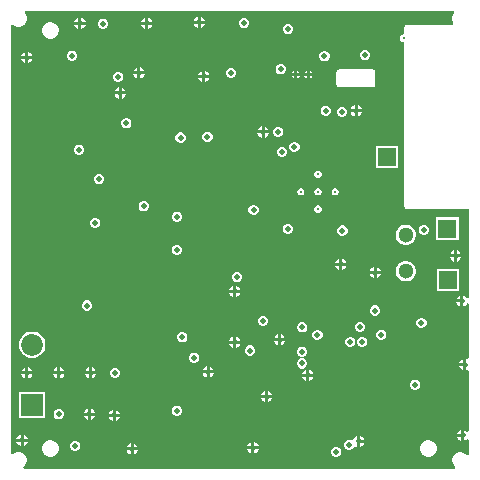
<source format=gbr>
%TF.GenerationSoftware,Altium Limited,Altium Designer,21.2.0 (30)*%
G04 Layer_Physical_Order=3*
G04 Layer_Color=16440176*
%FSLAX45Y45*%
%MOMM*%
%TF.SameCoordinates,6E67B6D2-48A1-4C3A-8D5B-8FB38F647B41*%
%TF.FilePolarity,Positive*%
%TF.FileFunction,Copper,L3,Inr,Signal*%
%TF.Part,Single*%
G01*
G75*
%TA.AperFunction,ComponentPad*%
%ADD43R,1.50000X1.50000*%
%ADD44C,1.30000*%
%ADD46C,1.85000*%
%ADD47R,1.85000X1.85000*%
%TA.AperFunction,ViaPad*%
%ADD48C,0.20000*%
%ADD49C,0.46000*%
%ADD50C,0.30000*%
G36*
X3818305Y3917300D02*
X3813986Y3912981D01*
X3804770Y3897019D01*
X3800000Y3879216D01*
Y3860784D01*
X3804770Y3842981D01*
X3811119Y3831985D01*
X3804791Y3819285D01*
X3417602D01*
X3409798Y3817733D01*
X3403182Y3813313D01*
X3398762Y3806697D01*
X3397210Y3798893D01*
Y3738893D01*
X3385640D01*
X3372776Y3733565D01*
X3362930Y3723720D01*
X3357602Y3710855D01*
Y3696932D01*
X3362930Y3684068D01*
X3372776Y3674222D01*
X3385640Y3668894D01*
X3397210D01*
Y2278893D01*
X3398762Y2271090D01*
X3403182Y2264474D01*
X3409798Y2260054D01*
X3417602Y2258501D01*
X3937601D01*
X3940000Y2256533D01*
Y1502717D01*
X3927300Y1500191D01*
X3924307Y1507416D01*
X3910692Y1521032D01*
X3895975Y1527127D01*
Y1480000D01*
Y1432873D01*
X3910692Y1438969D01*
X3924307Y1452584D01*
X3927300Y1459810D01*
X3940000Y1457283D01*
Y993708D01*
X3927300Y985222D01*
X3922700Y987127D01*
Y940000D01*
Y892873D01*
X3927300Y894778D01*
X3940000Y886292D01*
Y376408D01*
X3927300Y371148D01*
X3917416Y381031D01*
X3902700Y387127D01*
Y340000D01*
Y292873D01*
X3917416Y298969D01*
X3927300Y308852D01*
X3940000Y303592D01*
Y174156D01*
X3927300Y170753D01*
X3926014Y172981D01*
X3912981Y186014D01*
X3897019Y195229D01*
X3879216Y200000D01*
X3860784D01*
X3842981Y195229D01*
X3827019Y186014D01*
X3813986Y172981D01*
X3804770Y157019D01*
X3800000Y139216D01*
Y120784D01*
X3804770Y102981D01*
X3813986Y87019D01*
X3827019Y73986D01*
X3829247Y72700D01*
X3825844Y60000D01*
X174156D01*
X170753Y72700D01*
X172981Y73986D01*
X186014Y87019D01*
X195229Y102981D01*
X200000Y120784D01*
Y139216D01*
X195229Y157019D01*
X186014Y172981D01*
X172981Y186014D01*
X157019Y195229D01*
X139216Y200000D01*
X120784D01*
X102981Y195229D01*
X87019Y186014D01*
X82700Y181695D01*
X70000Y186955D01*
Y3813044D01*
X82700Y3818305D01*
X87019Y3813986D01*
X102981Y3804770D01*
X120784Y3800000D01*
X139216D01*
X157019Y3804770D01*
X172981Y3813986D01*
X186014Y3827019D01*
X195229Y3842981D01*
X200000Y3860784D01*
Y3879216D01*
X195229Y3897019D01*
X186014Y3912981D01*
X181695Y3917300D01*
X186955Y3930000D01*
X3813045D01*
X3818305Y3917300D01*
D02*
G37*
%LPC*%
G36*
X1672700Y3887127D02*
Y3852700D01*
X1707127D01*
X1701031Y3867416D01*
X1687416Y3881031D01*
X1672700Y3887127D01*
D02*
G37*
G36*
X1647300D02*
X1632584Y3881031D01*
X1618969Y3867416D01*
X1612873Y3852700D01*
X1647300D01*
Y3887127D01*
D02*
G37*
G36*
X1229479Y3878168D02*
Y3843741D01*
X1263907D01*
X1257811Y3858457D01*
X1244196Y3872073D01*
X1229479Y3878168D01*
D02*
G37*
G36*
X1204079D02*
X1189363Y3872073D01*
X1175748Y3858457D01*
X1169652Y3843741D01*
X1204079D01*
Y3878168D01*
D02*
G37*
G36*
X662700Y3877127D02*
Y3842700D01*
X697127D01*
X691031Y3857416D01*
X677416Y3871031D01*
X662700Y3877127D01*
D02*
G37*
G36*
X637300D02*
X622584Y3871031D01*
X608969Y3857416D01*
X602873Y3842700D01*
X637300D01*
Y3877127D01*
D02*
G37*
G36*
X1707127Y3827300D02*
X1672700D01*
Y3792873D01*
X1687416Y3798969D01*
X1701031Y3812584D01*
X1707127Y3827300D01*
D02*
G37*
G36*
X1647300D02*
X1612873D01*
X1618969Y3812584D01*
X1632584Y3798969D01*
X1647300Y3792873D01*
Y3827300D01*
D02*
G37*
G36*
X2048553Y3873000D02*
X2031447D01*
X2015642Y3866454D01*
X2003546Y3854358D01*
X1997000Y3838553D01*
Y3821447D01*
X2003546Y3805642D01*
X2015642Y3793546D01*
X2031447Y3787000D01*
X2048553D01*
X2064358Y3793546D01*
X2076454Y3805642D01*
X2083000Y3821447D01*
Y3838553D01*
X2076454Y3854358D01*
X2064358Y3866454D01*
X2048553Y3873000D01*
D02*
G37*
G36*
X1263907Y3818341D02*
X1229479D01*
Y3783914D01*
X1244196Y3790010D01*
X1257811Y3803625D01*
X1263907Y3818341D01*
D02*
G37*
G36*
X1204079D02*
X1169652D01*
X1175748Y3803625D01*
X1189363Y3790010D01*
X1204079Y3783914D01*
Y3818341D01*
D02*
G37*
G36*
X697127Y3817300D02*
X662700D01*
Y3782873D01*
X677416Y3788969D01*
X691031Y3802584D01*
X697127Y3817300D01*
D02*
G37*
G36*
X637300D02*
X602873D01*
X608969Y3802584D01*
X622584Y3788969D01*
X637300Y3782873D01*
Y3817300D01*
D02*
G37*
G36*
X852874Y3868679D02*
X835767D01*
X819963Y3862133D01*
X807867Y3850037D01*
X801321Y3834233D01*
Y3817126D01*
X807867Y3801322D01*
X819963Y3789226D01*
X835767Y3782680D01*
X852874D01*
X868678Y3789226D01*
X880774Y3801322D01*
X887321Y3817126D01*
Y3834233D01*
X880774Y3850037D01*
X868678Y3862133D01*
X852874Y3868679D01*
D02*
G37*
G36*
X2418553Y3823000D02*
X2401447D01*
X2385642Y3816454D01*
X2373546Y3804358D01*
X2367000Y3788553D01*
Y3771447D01*
X2373546Y3755642D01*
X2385642Y3743546D01*
X2401447Y3737000D01*
X2418553D01*
X2434358Y3743546D01*
X2446454Y3755642D01*
X2453000Y3771447D01*
Y3788553D01*
X2446454Y3804358D01*
X2434358Y3816454D01*
X2418553Y3823000D01*
D02*
G37*
G36*
X409216Y3840000D02*
X390784D01*
X372981Y3835230D01*
X357019Y3826014D01*
X343986Y3812981D01*
X334770Y3797019D01*
X330000Y3779216D01*
Y3760784D01*
X334770Y3742981D01*
X343986Y3727019D01*
X357019Y3713986D01*
X372981Y3704771D01*
X390784Y3700000D01*
X409216D01*
X427019Y3704771D01*
X442981Y3713986D01*
X456014Y3727019D01*
X465229Y3742981D01*
X470000Y3760784D01*
Y3779216D01*
X465229Y3797019D01*
X456014Y3812981D01*
X442981Y3826014D01*
X427019Y3835230D01*
X409216Y3840000D01*
D02*
G37*
G36*
X212700Y3587127D02*
Y3552700D01*
X247127D01*
X241032Y3567416D01*
X227416Y3581031D01*
X212700Y3587127D01*
D02*
G37*
G36*
X187300D02*
X172584Y3581031D01*
X158969Y3567416D01*
X152873Y3552700D01*
X187300D01*
Y3587127D01*
D02*
G37*
G36*
X3071341Y3601533D02*
X3054234D01*
X3038430Y3594987D01*
X3026334Y3582891D01*
X3019788Y3567086D01*
Y3549980D01*
X3026334Y3534176D01*
X3038430Y3522080D01*
X3054234Y3515533D01*
X3071341D01*
X3087145Y3522080D01*
X3099241Y3534176D01*
X3105788Y3549980D01*
Y3567086D01*
X3099241Y3582891D01*
X3087145Y3594987D01*
X3071341Y3601533D01*
D02*
G37*
G36*
X591053Y3598000D02*
X573947D01*
X558142Y3591454D01*
X546046Y3579358D01*
X539500Y3563553D01*
Y3546447D01*
X546046Y3530642D01*
X558142Y3518546D01*
X573947Y3512000D01*
X591053D01*
X606858Y3518546D01*
X618954Y3530642D01*
X625500Y3546447D01*
Y3563553D01*
X618954Y3579358D01*
X606858Y3591454D01*
X591053Y3598000D01*
D02*
G37*
G36*
X2728553Y3593000D02*
X2711447D01*
X2695642Y3586454D01*
X2683546Y3574358D01*
X2677000Y3558553D01*
Y3541447D01*
X2683546Y3525642D01*
X2695642Y3513546D01*
X2711447Y3507000D01*
X2728553D01*
X2744357Y3513546D01*
X2756453Y3525642D01*
X2763000Y3541447D01*
Y3558553D01*
X2756453Y3574358D01*
X2744357Y3586454D01*
X2728553Y3593000D01*
D02*
G37*
G36*
X247127Y3527300D02*
X212700D01*
Y3492873D01*
X227416Y3498969D01*
X241032Y3512584D01*
X247127Y3527300D01*
D02*
G37*
G36*
X187300D02*
X152873D01*
X158969Y3512584D01*
X172584Y3498969D01*
X187300Y3492873D01*
Y3527300D01*
D02*
G37*
G36*
X1162700Y3457127D02*
Y3422700D01*
X1197127D01*
X1191031Y3437416D01*
X1177416Y3451031D01*
X1162700Y3457127D01*
D02*
G37*
G36*
X1137300D02*
X1122584Y3451031D01*
X1108969Y3437416D01*
X1102873Y3422700D01*
X1137300D01*
Y3457127D01*
D02*
G37*
G36*
X2596156Y3432015D02*
Y3411659D01*
X2616512D01*
X2613467Y3419012D01*
X2603509Y3428970D01*
X2596156Y3432015D01*
D02*
G37*
G36*
X2570756D02*
X2563404Y3428970D01*
X2553445Y3419012D01*
X2550400Y3411659D01*
X2570756D01*
Y3432015D01*
D02*
G37*
G36*
X2491156D02*
Y3411659D01*
X2511512D01*
X2508467Y3419012D01*
X2498509Y3428970D01*
X2491156Y3432015D01*
D02*
G37*
G36*
X2465756D02*
X2458404Y3428970D01*
X2448446Y3419012D01*
X2445400Y3411659D01*
X2465756D01*
Y3432015D01*
D02*
G37*
G36*
X2358553Y3483000D02*
X2341447D01*
X2325643Y3476454D01*
X2313547Y3464358D01*
X2307000Y3448553D01*
Y3431447D01*
X2313547Y3415642D01*
X2325643Y3403546D01*
X2341447Y3397000D01*
X2358553D01*
X2374358Y3403546D01*
X2386454Y3415642D01*
X2393000Y3431447D01*
Y3448553D01*
X2386454Y3464358D01*
X2374358Y3476454D01*
X2358553Y3483000D01*
D02*
G37*
G36*
X1711305Y3427716D02*
Y3393289D01*
X1745732D01*
X1739636Y3408005D01*
X1726021Y3421620D01*
X1711305Y3427716D01*
D02*
G37*
G36*
X1685905D02*
X1671188Y3421620D01*
X1657573Y3408005D01*
X1651478Y3393289D01*
X1685905D01*
Y3427716D01*
D02*
G37*
G36*
X1938553Y3453000D02*
X1921447D01*
X1905642Y3446454D01*
X1893546Y3434358D01*
X1887000Y3418553D01*
Y3401447D01*
X1893546Y3385642D01*
X1905642Y3373546D01*
X1921447Y3367000D01*
X1938553D01*
X1954358Y3373546D01*
X1966454Y3385642D01*
X1973000Y3401447D01*
Y3418553D01*
X1966454Y3434358D01*
X1954358Y3446454D01*
X1938553Y3453000D01*
D02*
G37*
G36*
X2616512Y3386259D02*
X2596156D01*
Y3365903D01*
X2603509Y3368949D01*
X2613467Y3378907D01*
X2616512Y3386259D01*
D02*
G37*
G36*
X2570756D02*
X2550400D01*
X2553445Y3378907D01*
X2563404Y3368949D01*
X2570756Y3365903D01*
Y3386259D01*
D02*
G37*
G36*
X2511512D02*
X2491156D01*
Y3365903D01*
X2498509Y3368949D01*
X2508467Y3378907D01*
X2511512Y3386259D01*
D02*
G37*
G36*
X2465756D02*
X2445400D01*
X2448446Y3378907D01*
X2458404Y3368949D01*
X2465756Y3365903D01*
Y3386259D01*
D02*
G37*
G36*
X1197127Y3397300D02*
X1162700D01*
Y3362873D01*
X1177416Y3368969D01*
X1191031Y3382584D01*
X1197127Y3397300D01*
D02*
G37*
G36*
X1137300D02*
X1102873D01*
X1108969Y3382584D01*
X1122584Y3368969D01*
X1137300Y3362873D01*
Y3397300D01*
D02*
G37*
G36*
X1745732Y3367889D02*
X1711305D01*
Y3333462D01*
X1726021Y3339557D01*
X1739636Y3353173D01*
X1745732Y3367889D01*
D02*
G37*
G36*
X1685905D02*
X1651478D01*
X1657573Y3353173D01*
X1671188Y3339557D01*
X1685905Y3333462D01*
Y3367889D01*
D02*
G37*
G36*
X983514Y3416859D02*
X966408D01*
X950603Y3410313D01*
X938507Y3398217D01*
X931961Y3382413D01*
Y3365306D01*
X938507Y3349502D01*
X950603Y3337406D01*
X966408Y3330859D01*
X983514D01*
X999319Y3337406D01*
X1011415Y3349502D01*
X1017961Y3365306D01*
Y3382413D01*
X1011415Y3398217D01*
X999319Y3410313D01*
X983514Y3416859D01*
D02*
G37*
G36*
X3126351Y3439269D02*
X2846951D01*
X2837197Y3437329D01*
X2828928Y3431803D01*
X2823402Y3423534D01*
X2821462Y3413780D01*
Y3312180D01*
X2823402Y3302425D01*
X2828928Y3294156D01*
X2837197Y3288630D01*
X2846951Y3286690D01*
X3126351D01*
X3136106Y3288630D01*
X3144375Y3294156D01*
X3149901Y3302425D01*
X3151841Y3312180D01*
Y3413780D01*
X3149901Y3423534D01*
X3144375Y3431803D01*
X3136106Y3437329D01*
X3126351Y3439269D01*
D02*
G37*
G36*
X1002700Y3287127D02*
Y3252700D01*
X1037127D01*
X1031031Y3267416D01*
X1017416Y3281032D01*
X1002700Y3287127D01*
D02*
G37*
G36*
X977300D02*
X962584Y3281032D01*
X948969Y3267416D01*
X942873Y3252700D01*
X977300D01*
Y3287127D01*
D02*
G37*
G36*
X1037127Y3227300D02*
X1002700D01*
Y3192873D01*
X1017416Y3198969D01*
X1031031Y3212584D01*
X1037127Y3227300D01*
D02*
G37*
G36*
X977300D02*
X942873D01*
X948969Y3212584D01*
X962584Y3198969D01*
X977300Y3192873D01*
Y3227300D01*
D02*
G37*
G36*
X3002700Y3137127D02*
Y3102700D01*
X3037127D01*
X3031032Y3117416D01*
X3017416Y3131031D01*
X3002700Y3137127D01*
D02*
G37*
G36*
X2977300D02*
X2962584Y3131031D01*
X2948969Y3117416D01*
X2942873Y3102700D01*
X2977300D01*
Y3137127D01*
D02*
G37*
G36*
X2738553Y3133000D02*
X2721447D01*
X2705642Y3126453D01*
X2693546Y3114357D01*
X2687000Y3098553D01*
Y3081447D01*
X2693546Y3065642D01*
X2705642Y3053546D01*
X2721447Y3047000D01*
X2738553D01*
X2754357Y3053546D01*
X2766453Y3065642D01*
X2773000Y3081447D01*
Y3098553D01*
X2766453Y3114357D01*
X2754357Y3126453D01*
X2738553Y3133000D01*
D02*
G37*
G36*
X3037127Y3077300D02*
X3002700D01*
Y3042873D01*
X3017416Y3048969D01*
X3031032Y3062584D01*
X3037127Y3077300D01*
D02*
G37*
G36*
X2977300D02*
X2942873D01*
X2948969Y3062584D01*
X2962584Y3048969D01*
X2977300Y3042873D01*
Y3077300D01*
D02*
G37*
G36*
X2878553Y3123000D02*
X2861447D01*
X2845643Y3116454D01*
X2833547Y3104358D01*
X2827000Y3088553D01*
Y3071447D01*
X2833547Y3055642D01*
X2845643Y3043546D01*
X2861447Y3037000D01*
X2878553D01*
X2894358Y3043546D01*
X2906454Y3055642D01*
X2913000Y3071447D01*
Y3088553D01*
X2906454Y3104358D01*
X2894358Y3116454D01*
X2878553Y3123000D01*
D02*
G37*
G36*
X1052059Y3026376D02*
X1034953D01*
X1019148Y3019830D01*
X1007052Y3007734D01*
X1000506Y2991930D01*
Y2974823D01*
X1007052Y2959019D01*
X1019148Y2946923D01*
X1034953Y2940377D01*
X1052059D01*
X1067863Y2946923D01*
X1079959Y2959019D01*
X1086506Y2974823D01*
Y2991930D01*
X1079959Y3007734D01*
X1067863Y3019830D01*
X1052059Y3026376D01*
D02*
G37*
G36*
X2212700Y2957127D02*
Y2922700D01*
X2247127D01*
X2241031Y2937416D01*
X2227416Y2951031D01*
X2212700Y2957127D01*
D02*
G37*
G36*
X2187300D02*
X2172584Y2951031D01*
X2158969Y2937416D01*
X2152873Y2922700D01*
X2187300D01*
Y2957127D01*
D02*
G37*
G36*
X2338553Y2953000D02*
X2321447D01*
X2305642Y2946454D01*
X2293546Y2934358D01*
X2287000Y2918553D01*
Y2901447D01*
X2293546Y2885642D01*
X2305642Y2873546D01*
X2321447Y2867000D01*
X2338553D01*
X2354357Y2873546D01*
X2366453Y2885642D01*
X2373000Y2901447D01*
Y2918553D01*
X2366453Y2934358D01*
X2354357Y2946454D01*
X2338553Y2953000D01*
D02*
G37*
G36*
X2247127Y2897300D02*
X2212700D01*
Y2862873D01*
X2227416Y2868969D01*
X2241031Y2882584D01*
X2247127Y2897300D01*
D02*
G37*
G36*
X2187300D02*
X2152873D01*
X2158969Y2882584D01*
X2172584Y2868969D01*
X2187300Y2862873D01*
Y2897300D01*
D02*
G37*
G36*
X1738553Y2913000D02*
X1721447D01*
X1705643Y2906454D01*
X1693547Y2894358D01*
X1687000Y2878553D01*
Y2861447D01*
X1693547Y2845643D01*
X1705643Y2833547D01*
X1721447Y2827000D01*
X1738553D01*
X1754358Y2833547D01*
X1766454Y2845643D01*
X1773000Y2861447D01*
Y2878553D01*
X1766454Y2894358D01*
X1754358Y2906454D01*
X1738553Y2913000D01*
D02*
G37*
G36*
X1510230Y2906009D02*
X1493123D01*
X1477319Y2899462D01*
X1465223Y2887366D01*
X1458677Y2871562D01*
Y2854456D01*
X1465223Y2838651D01*
X1477319Y2826555D01*
X1493123Y2820009D01*
X1510230D01*
X1526034Y2826555D01*
X1538130Y2838651D01*
X1544676Y2854456D01*
Y2871562D01*
X1538130Y2887366D01*
X1526034Y2899462D01*
X1510230Y2906009D01*
D02*
G37*
G36*
X2474928Y2825257D02*
X2457822D01*
X2442017Y2818711D01*
X2429921Y2806615D01*
X2423375Y2790811D01*
Y2773704D01*
X2429921Y2757900D01*
X2442017Y2745804D01*
X2457822Y2739257D01*
X2474928D01*
X2490733Y2745804D01*
X2502829Y2757900D01*
X2509375Y2773704D01*
Y2790811D01*
X2502829Y2806615D01*
X2490733Y2818711D01*
X2474928Y2825257D01*
D02*
G37*
G36*
X652016Y2803154D02*
X634909D01*
X619105Y2796608D01*
X607009Y2784512D01*
X600463Y2768707D01*
Y2751601D01*
X607009Y2735797D01*
X619105Y2723701D01*
X634909Y2717154D01*
X652016D01*
X667820Y2723701D01*
X679916Y2735797D01*
X686462Y2751601D01*
Y2768707D01*
X679916Y2784512D01*
X667820Y2796608D01*
X652016Y2803154D01*
D02*
G37*
G36*
X2368553Y2783000D02*
X2351447D01*
X2335643Y2776454D01*
X2323547Y2764358D01*
X2317000Y2748553D01*
Y2731447D01*
X2323547Y2715643D01*
X2335643Y2703547D01*
X2351447Y2697000D01*
X2368553D01*
X2384358Y2703547D01*
X2396454Y2715643D01*
X2403000Y2731447D01*
Y2748553D01*
X2396454Y2764358D01*
X2384358Y2776454D01*
X2368553Y2783000D01*
D02*
G37*
G36*
X3345000Y2795000D02*
X3155000D01*
Y2605000D01*
X3345000D01*
Y2795000D01*
D02*
G37*
G36*
X2671288Y2582555D02*
X2659353D01*
X2648327Y2577988D01*
X2639888Y2569549D01*
X2635321Y2558523D01*
Y2546588D01*
X2639888Y2535562D01*
X2648327Y2527123D01*
X2659353Y2522556D01*
X2671288D01*
X2682314Y2527123D01*
X2690753Y2535562D01*
X2695320Y2546588D01*
Y2558523D01*
X2690753Y2569549D01*
X2682314Y2577988D01*
X2671288Y2582555D01*
D02*
G37*
G36*
X818553Y2553000D02*
X801447D01*
X785643Y2546454D01*
X773547Y2534358D01*
X767000Y2518554D01*
Y2501447D01*
X773547Y2485643D01*
X785643Y2473547D01*
X801447Y2467000D01*
X818553D01*
X834358Y2473547D01*
X846454Y2485643D01*
X853000Y2501447D01*
Y2518554D01*
X846454Y2534358D01*
X834358Y2546454D01*
X818553Y2553000D01*
D02*
G37*
G36*
X2818788Y2435055D02*
X2806853D01*
X2795827Y2430488D01*
X2787388Y2422049D01*
X2782821Y2411023D01*
Y2399088D01*
X2787388Y2388062D01*
X2795827Y2379623D01*
X2806853Y2375055D01*
X2818788D01*
X2829814Y2379623D01*
X2838253Y2388062D01*
X2842821Y2399088D01*
Y2411023D01*
X2838253Y2422049D01*
X2829814Y2430488D01*
X2818788Y2435055D01*
D02*
G37*
G36*
X2671288D02*
X2659353D01*
X2648327Y2430488D01*
X2639888Y2422049D01*
X2635321Y2411023D01*
Y2399088D01*
X2639888Y2388062D01*
X2648327Y2379623D01*
X2659353Y2375055D01*
X2671288D01*
X2682314Y2379623D01*
X2690753Y2388062D01*
X2695320Y2399088D01*
Y2411023D01*
X2690753Y2422049D01*
X2682314Y2430488D01*
X2671288Y2435055D01*
D02*
G37*
G36*
X2523788D02*
X2511853D01*
X2500827Y2430488D01*
X2492388Y2422049D01*
X2487821Y2411023D01*
Y2399088D01*
X2492388Y2388062D01*
X2500827Y2379623D01*
X2511853Y2375055D01*
X2523788D01*
X2534814Y2379623D01*
X2543253Y2388062D01*
X2547820Y2399088D01*
Y2411023D01*
X2543253Y2422049D01*
X2534814Y2430488D01*
X2523788Y2435055D01*
D02*
G37*
G36*
X1198553Y2323000D02*
X1181447D01*
X1165643Y2316454D01*
X1153547Y2304358D01*
X1147000Y2288553D01*
Y2271447D01*
X1153547Y2255643D01*
X1165643Y2243547D01*
X1181447Y2237000D01*
X1198553D01*
X1214358Y2243547D01*
X1226454Y2255643D01*
X1233000Y2271447D01*
Y2288553D01*
X1226454Y2304358D01*
X1214358Y2316454D01*
X1198553Y2323000D01*
D02*
G37*
G36*
X2671288Y2287555D02*
X2659353D01*
X2648327Y2282988D01*
X2639888Y2274549D01*
X2635321Y2263523D01*
Y2251588D01*
X2639888Y2240562D01*
X2648327Y2232123D01*
X2659353Y2227555D01*
X2671288D01*
X2682314Y2232123D01*
X2690753Y2240562D01*
X2695320Y2251588D01*
Y2263523D01*
X2690753Y2274549D01*
X2682314Y2282988D01*
X2671288Y2287555D01*
D02*
G37*
G36*
X2128553Y2293000D02*
X2111447D01*
X2095642Y2286454D01*
X2083547Y2274358D01*
X2077000Y2258553D01*
Y2241447D01*
X2083547Y2225642D01*
X2095642Y2213546D01*
X2111447Y2207000D01*
X2128553D01*
X2144358Y2213546D01*
X2156454Y2225642D01*
X2163000Y2241447D01*
Y2258553D01*
X2156454Y2274358D01*
X2144358Y2286454D01*
X2128553Y2293000D01*
D02*
G37*
G36*
X1478695Y2234662D02*
X1461588D01*
X1445784Y2228115D01*
X1433688Y2216019D01*
X1427142Y2200215D01*
Y2183109D01*
X1433688Y2167304D01*
X1445784Y2155208D01*
X1461588Y2148662D01*
X1478695D01*
X1494499Y2155208D01*
X1506595Y2167304D01*
X1513141Y2183109D01*
Y2200215D01*
X1506595Y2216019D01*
X1494499Y2228115D01*
X1478695Y2234662D01*
D02*
G37*
G36*
X788553Y2183000D02*
X771447D01*
X755642Y2176454D01*
X743546Y2164358D01*
X737000Y2148553D01*
Y2131447D01*
X743546Y2115642D01*
X755642Y2103546D01*
X771447Y2097000D01*
X788553D01*
X804358Y2103546D01*
X816454Y2115642D01*
X823000Y2131447D01*
Y2148553D01*
X816454Y2164358D01*
X804358Y2176454D01*
X788553Y2183000D01*
D02*
G37*
G36*
X2417701Y2131629D02*
X2400594D01*
X2384790Y2125082D01*
X2372694Y2112986D01*
X2366148Y2097182D01*
Y2080076D01*
X2372694Y2064271D01*
X2384790Y2052175D01*
X2400594Y2045629D01*
X2417701D01*
X2433505Y2052175D01*
X2445601Y2064271D01*
X2452147Y2080076D01*
Y2097182D01*
X2445601Y2112986D01*
X2433505Y2125082D01*
X2417701Y2131629D01*
D02*
G37*
G36*
X3568553Y2123000D02*
X3551447D01*
X3535642Y2116453D01*
X3523546Y2104357D01*
X3517000Y2088553D01*
Y2071447D01*
X3523546Y2055642D01*
X3535642Y2043546D01*
X3551447Y2037000D01*
X3568553D01*
X3584358Y2043546D01*
X3596454Y2055642D01*
X3603000Y2071447D01*
Y2088553D01*
X3596454Y2104357D01*
X3584358Y2116453D01*
X3568553Y2123000D01*
D02*
G37*
G36*
X2881053Y2118000D02*
X2863947D01*
X2848142Y2111453D01*
X2836046Y2099357D01*
X2829500Y2083553D01*
Y2066447D01*
X2836046Y2050642D01*
X2848142Y2038546D01*
X2863947Y2032000D01*
X2881053D01*
X2896858Y2038546D01*
X2908954Y2050642D01*
X2915500Y2066447D01*
Y2083553D01*
X2908954Y2099357D01*
X2896858Y2111453D01*
X2881053Y2118000D01*
D02*
G37*
G36*
X3855804Y2186631D02*
X3665804D01*
Y1996631D01*
X3855804D01*
Y2186631D01*
D02*
G37*
G36*
X3418690Y2125000D02*
X3396309D01*
X3374691Y2119207D01*
X3355309Y2108017D01*
X3339483Y2092191D01*
X3328293Y2072808D01*
X3322500Y2051190D01*
Y2028809D01*
X3328293Y2007191D01*
X3339483Y1987809D01*
X3355309Y1971983D01*
X3374691Y1960792D01*
X3396309Y1955000D01*
X3418690D01*
X3440309Y1960792D01*
X3459691Y1971983D01*
X3475517Y1987809D01*
X3486707Y2007191D01*
X3492500Y2028809D01*
Y2051190D01*
X3486707Y2072808D01*
X3475517Y2092191D01*
X3459691Y2108017D01*
X3440309Y2119207D01*
X3418690Y2125000D01*
D02*
G37*
G36*
X3842700Y1907127D02*
Y1872700D01*
X3877127D01*
X3871031Y1887416D01*
X3857416Y1901032D01*
X3842700Y1907127D01*
D02*
G37*
G36*
X3817300D02*
X3802584Y1901032D01*
X3788969Y1887416D01*
X3782873Y1872700D01*
X3817300D01*
Y1907127D01*
D02*
G37*
G36*
X1477464Y1952745D02*
X1460358D01*
X1444554Y1946199D01*
X1432458Y1934103D01*
X1425911Y1918298D01*
Y1901192D01*
X1432458Y1885387D01*
X1444554Y1873291D01*
X1460358Y1866745D01*
X1477464D01*
X1493269Y1873291D01*
X1505365Y1885387D01*
X1511911Y1901192D01*
Y1918298D01*
X1505365Y1934103D01*
X1493269Y1946199D01*
X1477464Y1952745D01*
D02*
G37*
G36*
X3877127Y1847300D02*
X3842700D01*
Y1812873D01*
X3857416Y1818969D01*
X3871031Y1832584D01*
X3877127Y1847300D01*
D02*
G37*
G36*
X3817300D02*
X3782873D01*
X3788969Y1832584D01*
X3802584Y1818969D01*
X3817300Y1812873D01*
Y1847300D01*
D02*
G37*
G36*
X2872077Y1837664D02*
Y1803236D01*
X2906504D01*
X2900409Y1817953D01*
X2886794Y1831568D01*
X2872077Y1837664D01*
D02*
G37*
G36*
X2846677D02*
X2831961Y1831568D01*
X2818346Y1817953D01*
X2812250Y1803236D01*
X2846677D01*
Y1837664D01*
D02*
G37*
G36*
X2906504Y1777836D02*
X2872077D01*
Y1743409D01*
X2886794Y1749505D01*
X2900409Y1763120D01*
X2906504Y1777836D01*
D02*
G37*
G36*
X2846677D02*
X2812250D01*
X2818346Y1763120D01*
X2831961Y1749505D01*
X2846677Y1743409D01*
Y1777836D01*
D02*
G37*
G36*
X3162700Y1767127D02*
Y1732700D01*
X3197127D01*
X3191031Y1747416D01*
X3177416Y1761032D01*
X3162700Y1767127D01*
D02*
G37*
G36*
X3137300D02*
X3122584Y1761032D01*
X3108969Y1747416D01*
X3102873Y1732700D01*
X3137300D01*
Y1767127D01*
D02*
G37*
G36*
X3197127Y1707300D02*
X3162700D01*
Y1672873D01*
X3177416Y1678969D01*
X3191031Y1692584D01*
X3197127Y1707300D01*
D02*
G37*
G36*
X3137300D02*
X3102873D01*
X3108969Y1692584D01*
X3122584Y1678969D01*
X3137300Y1672873D01*
Y1707300D01*
D02*
G37*
G36*
X3418690Y1815000D02*
X3396309D01*
X3374691Y1809208D01*
X3355309Y1798017D01*
X3339483Y1782192D01*
X3328293Y1762809D01*
X3322500Y1741191D01*
Y1718810D01*
X3328293Y1697192D01*
X3339483Y1677809D01*
X3355309Y1661983D01*
X3374691Y1650793D01*
X3396309Y1645001D01*
X3418690D01*
X3440309Y1650793D01*
X3459691Y1661983D01*
X3475517Y1677809D01*
X3486707Y1697192D01*
X3492500Y1718810D01*
Y1741191D01*
X3486707Y1762809D01*
X3475517Y1782192D01*
X3459691Y1798017D01*
X3440309Y1809208D01*
X3418690Y1815000D01*
D02*
G37*
G36*
X1988553Y1723000D02*
X1971447D01*
X1955643Y1716454D01*
X1943547Y1704358D01*
X1937000Y1688553D01*
Y1671447D01*
X1943547Y1655642D01*
X1955643Y1643546D01*
X1971447Y1637000D01*
X1988553D01*
X2004358Y1643546D01*
X2016454Y1655642D01*
X2023000Y1671447D01*
Y1688553D01*
X2016454Y1704358D01*
X2004358Y1716454D01*
X1988553Y1723000D01*
D02*
G37*
G36*
X1972700Y1607127D02*
Y1572700D01*
X2007127D01*
X2001031Y1587416D01*
X1987416Y1601031D01*
X1972700Y1607127D01*
D02*
G37*
G36*
X1947300D02*
X1932584Y1601031D01*
X1918968Y1587416D01*
X1912873Y1572700D01*
X1947300D01*
Y1607127D01*
D02*
G37*
G36*
X3860606Y1750606D02*
X3670607D01*
Y1560607D01*
X3860606D01*
Y1750606D01*
D02*
G37*
G36*
X2007127Y1547300D02*
X1972700D01*
Y1512873D01*
X1987416Y1518969D01*
X2001031Y1532584D01*
X2007127Y1547300D01*
D02*
G37*
G36*
X1947300D02*
X1912873D01*
X1918968Y1532584D01*
X1932584Y1518969D01*
X1947300Y1512873D01*
Y1547300D01*
D02*
G37*
G36*
X3870575Y1527127D02*
X3855859Y1521032D01*
X3842244Y1507416D01*
X3836148Y1492700D01*
X3870575D01*
Y1527127D01*
D02*
G37*
G36*
Y1467300D02*
X3836148D01*
X3842244Y1452584D01*
X3855859Y1438969D01*
X3870575Y1432873D01*
Y1467300D01*
D02*
G37*
G36*
X718553Y1483000D02*
X701447D01*
X685643Y1476453D01*
X673547Y1464357D01*
X667000Y1448553D01*
Y1431447D01*
X673547Y1415642D01*
X685643Y1403546D01*
X701447Y1397000D01*
X718553D01*
X734358Y1403546D01*
X746454Y1415642D01*
X753000Y1431447D01*
Y1448553D01*
X746454Y1464357D01*
X734358Y1476453D01*
X718553Y1483000D01*
D02*
G37*
G36*
X3158053Y1441000D02*
X3140947D01*
X3125143Y1434453D01*
X3113047Y1422357D01*
X3106500Y1406553D01*
Y1389447D01*
X3113047Y1373642D01*
X3125143Y1361546D01*
X3140947Y1355000D01*
X3158053D01*
X3173858Y1361546D01*
X3185954Y1373642D01*
X3192500Y1389447D01*
Y1406553D01*
X3185954Y1422357D01*
X3173858Y1434453D01*
X3158053Y1441000D01*
D02*
G37*
G36*
X2208553Y1353000D02*
X2191447D01*
X2175642Y1346453D01*
X2163546Y1334358D01*
X2157000Y1318553D01*
Y1301447D01*
X2163546Y1285642D01*
X2175642Y1273546D01*
X2191447Y1267000D01*
X2208553D01*
X2224358Y1273546D01*
X2236453Y1285642D01*
X2243000Y1301447D01*
Y1318553D01*
X2236453Y1334358D01*
X2224358Y1346453D01*
X2208553Y1353000D01*
D02*
G37*
G36*
X3550315Y1334760D02*
X3533209D01*
X3517404Y1328213D01*
X3505308Y1316117D01*
X3498762Y1300313D01*
Y1283206D01*
X3505308Y1267402D01*
X3517404Y1255306D01*
X3533209Y1248760D01*
X3550315D01*
X3566120Y1255306D01*
X3578216Y1267402D01*
X3584762Y1283206D01*
Y1300313D01*
X3578216Y1316117D01*
X3566120Y1328213D01*
X3550315Y1334760D01*
D02*
G37*
G36*
X3028553Y1303000D02*
X3011447D01*
X2995642Y1296454D01*
X2983546Y1284358D01*
X2977000Y1268553D01*
Y1251447D01*
X2983546Y1235642D01*
X2995642Y1223546D01*
X3011447Y1217000D01*
X3028553D01*
X3044358Y1223546D01*
X3056454Y1235642D01*
X3063000Y1251447D01*
Y1268553D01*
X3056454Y1284358D01*
X3044358Y1296454D01*
X3028553Y1303000D01*
D02*
G37*
G36*
X2540553Y1298241D02*
X2523447D01*
X2507642Y1291695D01*
X2495546Y1279599D01*
X2489000Y1263795D01*
Y1246688D01*
X2495546Y1230884D01*
X2507642Y1218788D01*
X2523447Y1212242D01*
X2540553D01*
X2556358Y1218788D01*
X2568454Y1230884D01*
X2575000Y1246688D01*
Y1263795D01*
X2568454Y1279599D01*
X2556358Y1291695D01*
X2540553Y1298241D01*
D02*
G37*
G36*
X2352700Y1197127D02*
Y1162700D01*
X2387127D01*
X2381031Y1177416D01*
X2367416Y1191031D01*
X2352700Y1197127D01*
D02*
G37*
G36*
X2327300D02*
X2312584Y1191031D01*
X2298968Y1177416D01*
X2292873Y1162700D01*
X2327300D01*
Y1197127D01*
D02*
G37*
G36*
X3211053Y1235500D02*
X3193947D01*
X3178142Y1228954D01*
X3166046Y1216858D01*
X3159500Y1201053D01*
Y1183947D01*
X3166046Y1168142D01*
X3178142Y1156046D01*
X3193947Y1149500D01*
X3211053D01*
X3226858Y1156046D01*
X3238954Y1168142D01*
X3245500Y1183947D01*
Y1201053D01*
X3238954Y1216858D01*
X3226858Y1228954D01*
X3211053Y1235500D01*
D02*
G37*
G36*
X2669668Y1233000D02*
X2652562D01*
X2636757Y1226453D01*
X2624661Y1214357D01*
X2618115Y1198553D01*
Y1181447D01*
X2624661Y1165642D01*
X2636757Y1153546D01*
X2652562Y1147000D01*
X2669668D01*
X2685472Y1153546D01*
X2697568Y1165642D01*
X2704115Y1181447D01*
Y1198553D01*
X2697568Y1214357D01*
X2685472Y1226453D01*
X2669668Y1233000D01*
D02*
G37*
G36*
X1972700Y1177127D02*
Y1142700D01*
X2007127D01*
X2001031Y1157416D01*
X1987416Y1171031D01*
X1972700Y1177127D01*
D02*
G37*
G36*
X1947300D02*
X1932584Y1171031D01*
X1918968Y1157416D01*
X1912873Y1142700D01*
X1947300D01*
Y1177127D01*
D02*
G37*
G36*
X1525483Y1215219D02*
X1508376D01*
X1492572Y1208672D01*
X1480476Y1196576D01*
X1473929Y1180772D01*
Y1163665D01*
X1480476Y1147861D01*
X1492572Y1135765D01*
X1508376Y1129219D01*
X1525483D01*
X1541287Y1135765D01*
X1553383Y1147861D01*
X1559929Y1163665D01*
Y1180772D01*
X1553383Y1196576D01*
X1541287Y1208672D01*
X1525483Y1215219D01*
D02*
G37*
G36*
X2387127Y1137300D02*
X2352700D01*
Y1102873D01*
X2367416Y1108969D01*
X2381031Y1122584D01*
X2387127Y1137300D01*
D02*
G37*
G36*
X2327300D02*
X2292873D01*
X2298968Y1122584D01*
X2312584Y1108969D01*
X2327300Y1102873D01*
Y1137300D01*
D02*
G37*
G36*
X3048553Y1173000D02*
X3031447D01*
X3015642Y1166454D01*
X3003546Y1154358D01*
X2997000Y1138553D01*
Y1121447D01*
X3003546Y1105642D01*
X3015642Y1093546D01*
X3031447Y1087000D01*
X3048553D01*
X3064358Y1093546D01*
X3076454Y1105642D01*
X3083000Y1121447D01*
Y1138553D01*
X3076454Y1154358D01*
X3064358Y1166454D01*
X3048553Y1173000D01*
D02*
G37*
G36*
X2948553D02*
X2931447D01*
X2915643Y1166454D01*
X2903547Y1154358D01*
X2897000Y1138553D01*
Y1121447D01*
X2903547Y1105642D01*
X2915643Y1093546D01*
X2931447Y1087000D01*
X2948553D01*
X2964358Y1093546D01*
X2976454Y1105642D01*
X2983000Y1121447D01*
Y1138553D01*
X2976454Y1154358D01*
X2964358Y1166454D01*
X2948553Y1173000D01*
D02*
G37*
G36*
X2007127Y1117300D02*
X1972700D01*
Y1082873D01*
X1987416Y1088969D01*
X2001031Y1102584D01*
X2007127Y1117300D01*
D02*
G37*
G36*
X1947300D02*
X1912873D01*
X1918968Y1102584D01*
X1932584Y1088969D01*
X1947300Y1082873D01*
Y1117300D01*
D02*
G37*
G36*
X2097861Y1102308D02*
X2080755D01*
X2064950Y1095761D01*
X2052854Y1083665D01*
X2046308Y1067861D01*
Y1050755D01*
X2052854Y1034950D01*
X2064950Y1022854D01*
X2080755Y1016308D01*
X2097861D01*
X2113665Y1022854D01*
X2125761Y1034950D01*
X2132308Y1050755D01*
Y1067861D01*
X2125761Y1083665D01*
X2113665Y1095761D01*
X2097861Y1102308D01*
D02*
G37*
G36*
X2538553Y1093000D02*
X2521447D01*
X2505642Y1086454D01*
X2493546Y1074358D01*
X2487000Y1058553D01*
Y1041447D01*
X2493546Y1025642D01*
X2505642Y1013546D01*
X2521447Y1007000D01*
X2538553D01*
X2554358Y1013546D01*
X2566454Y1025642D01*
X2573000Y1041447D01*
Y1058553D01*
X2566454Y1074358D01*
X2554358Y1086454D01*
X2538553Y1093000D01*
D02*
G37*
G36*
X260662Y1220085D02*
X231040D01*
X202428Y1212418D01*
X176774Y1197608D01*
X155828Y1176662D01*
X141018Y1151009D01*
X133351Y1122396D01*
Y1092774D01*
X141018Y1064162D01*
X155828Y1038509D01*
X176774Y1017563D01*
X202428Y1002752D01*
X231040Y995085D01*
X260662D01*
X289274Y1002752D01*
X314927Y1017563D01*
X335873Y1038509D01*
X350684Y1064162D01*
X358351Y1092774D01*
Y1122396D01*
X350684Y1151009D01*
X335873Y1176662D01*
X314927Y1197608D01*
X289274Y1212418D01*
X260662Y1220085D01*
D02*
G37*
G36*
X1626175Y1041140D02*
X1609068D01*
X1593264Y1034594D01*
X1581168Y1022498D01*
X1574622Y1006694D01*
Y989587D01*
X1581168Y973783D01*
X1593264Y961687D01*
X1609068Y955141D01*
X1626175D01*
X1641979Y961687D01*
X1654075Y973783D01*
X1660622Y989587D01*
Y1006694D01*
X1654075Y1022498D01*
X1641979Y1034594D01*
X1626175Y1041140D01*
D02*
G37*
G36*
X3897300Y987127D02*
X3882584Y981031D01*
X3868969Y967416D01*
X3862873Y952700D01*
X3897300D01*
Y987127D01*
D02*
G37*
G36*
X2538553Y993000D02*
X2521447D01*
X2505642Y986453D01*
X2493546Y974357D01*
X2487000Y958553D01*
Y941447D01*
X2493546Y925642D01*
X2505642Y913546D01*
X2521447Y907000D01*
X2538553D01*
X2554358Y913546D01*
X2566454Y925642D01*
X2573000Y941447D01*
Y958553D01*
X2566454Y974357D01*
X2554358Y986453D01*
X2538553Y993000D01*
D02*
G37*
G36*
X3897300Y927300D02*
X3862873D01*
X3868969Y912584D01*
X3882584Y898968D01*
X3897300Y892873D01*
Y927300D01*
D02*
G37*
G36*
X1748954Y925915D02*
Y891488D01*
X1783381D01*
X1777285Y906204D01*
X1763670Y919819D01*
X1748954Y925915D01*
D02*
G37*
G36*
X1723554D02*
X1708838Y919819D01*
X1695223Y906204D01*
X1689127Y891488D01*
X1723554D01*
Y925915D01*
D02*
G37*
G36*
X752700Y917127D02*
Y882700D01*
X787127D01*
X781031Y897416D01*
X767416Y911031D01*
X752700Y917127D01*
D02*
G37*
G36*
X727300D02*
X712584Y911031D01*
X698969Y897416D01*
X692873Y882700D01*
X727300D01*
Y917127D01*
D02*
G37*
G36*
X482700D02*
Y882700D01*
X517127D01*
X511031Y897416D01*
X497416Y911031D01*
X482700Y917127D01*
D02*
G37*
G36*
X457300D02*
X442584Y911031D01*
X428969Y897416D01*
X422873Y882700D01*
X457300D01*
Y917127D01*
D02*
G37*
G36*
X212700D02*
Y882700D01*
X247127D01*
X241032Y897416D01*
X227416Y911031D01*
X212700Y917127D01*
D02*
G37*
G36*
X187300D02*
X172584Y911031D01*
X158969Y897416D01*
X152873Y882700D01*
X187300D01*
Y917127D01*
D02*
G37*
G36*
X2592700Y897127D02*
Y862700D01*
X2627127D01*
X2621031Y877416D01*
X2607416Y891031D01*
X2592700Y897127D01*
D02*
G37*
G36*
X2567300D02*
X2552584Y891031D01*
X2538969Y877416D01*
X2532873Y862700D01*
X2567300D01*
Y897127D01*
D02*
G37*
G36*
X1783381Y866088D02*
X1748954D01*
Y831661D01*
X1763670Y837756D01*
X1777285Y851371D01*
X1783381Y866088D01*
D02*
G37*
G36*
X1723554D02*
X1689127D01*
X1695223Y851371D01*
X1708838Y837756D01*
X1723554Y831661D01*
Y866088D01*
D02*
G37*
G36*
X956175Y911140D02*
X939068D01*
X923264Y904594D01*
X911168Y892498D01*
X904622Y876694D01*
Y859587D01*
X911168Y843783D01*
X923264Y831687D01*
X939068Y825141D01*
X956175D01*
X971979Y831687D01*
X984075Y843783D01*
X990622Y859587D01*
Y876694D01*
X984075Y892498D01*
X971979Y904594D01*
X956175Y911140D01*
D02*
G37*
G36*
X787127Y857300D02*
X752700D01*
Y822873D01*
X767416Y828969D01*
X781031Y842584D01*
X787127Y857300D01*
D02*
G37*
G36*
X727300D02*
X692873D01*
X698969Y842584D01*
X712584Y828969D01*
X727300Y822873D01*
Y857300D01*
D02*
G37*
G36*
X517127D02*
X482700D01*
Y822873D01*
X497416Y828969D01*
X511031Y842584D01*
X517127Y857300D01*
D02*
G37*
G36*
X457300D02*
X422873D01*
X428969Y842584D01*
X442584Y828969D01*
X457300Y822873D01*
Y857300D01*
D02*
G37*
G36*
X247127D02*
X212700D01*
Y822873D01*
X227416Y828969D01*
X241032Y842584D01*
X247127Y857300D01*
D02*
G37*
G36*
X187300D02*
X152873D01*
X158969Y842584D01*
X172584Y828969D01*
X187300Y822873D01*
Y857300D01*
D02*
G37*
G36*
X2627127Y837300D02*
X2592700D01*
Y802873D01*
X2607416Y808969D01*
X2621031Y822584D01*
X2627127Y837300D01*
D02*
G37*
G36*
X2567300D02*
X2532873D01*
X2538969Y822584D01*
X2552584Y808969D01*
X2567300Y802873D01*
Y837300D01*
D02*
G37*
G36*
X3498553Y813000D02*
X3481447D01*
X3465642Y806454D01*
X3453546Y794358D01*
X3447000Y778553D01*
Y761447D01*
X3453546Y745642D01*
X3465642Y733546D01*
X3481447Y727000D01*
X3498553D01*
X3514357Y733546D01*
X3526453Y745642D01*
X3533000Y761447D01*
Y778553D01*
X3526453Y794358D01*
X3514357Y806454D01*
X3498553Y813000D01*
D02*
G37*
G36*
X2242700Y717127D02*
Y682700D01*
X2277127D01*
X2271032Y697416D01*
X2257416Y711031D01*
X2242700Y717127D01*
D02*
G37*
G36*
X2217300D02*
X2202584Y711031D01*
X2188969Y697416D01*
X2182873Y682700D01*
X2217300D01*
Y717127D01*
D02*
G37*
G36*
X2277127Y657300D02*
X2242700D01*
Y622873D01*
X2257416Y628969D01*
X2271032Y642584D01*
X2277127Y657300D01*
D02*
G37*
G36*
X2217300D02*
X2182873D01*
X2188969Y642584D01*
X2202584Y628969D01*
X2217300Y622873D01*
Y657300D01*
D02*
G37*
G36*
X742700Y567127D02*
Y532700D01*
X777127D01*
X771031Y547416D01*
X757416Y561031D01*
X742700Y567127D01*
D02*
G37*
G36*
X717300D02*
X702584Y561031D01*
X688969Y547416D01*
X682873Y532700D01*
X717300D01*
Y567127D01*
D02*
G37*
G36*
X952700Y557127D02*
Y522700D01*
X987127D01*
X981032Y537416D01*
X967416Y551031D01*
X952700Y557127D01*
D02*
G37*
G36*
X927300D02*
X912584Y551031D01*
X898969Y537416D01*
X892873Y522700D01*
X927300D01*
Y557127D01*
D02*
G37*
G36*
X1478553Y593000D02*
X1461447D01*
X1445643Y586453D01*
X1433547Y574357D01*
X1427000Y558553D01*
Y541447D01*
X1433547Y525642D01*
X1445643Y513546D01*
X1461447Y507000D01*
X1478553D01*
X1494358Y513546D01*
X1506454Y525642D01*
X1513000Y541447D01*
Y558553D01*
X1506454Y574357D01*
X1494358Y586453D01*
X1478553Y593000D01*
D02*
G37*
G36*
X358351Y712085D02*
X133351D01*
Y487085D01*
X358351D01*
Y712085D01*
D02*
G37*
G36*
X478553Y563000D02*
X461447D01*
X445642Y556454D01*
X433547Y544358D01*
X427000Y528553D01*
Y511447D01*
X433547Y495642D01*
X445642Y483546D01*
X461447Y477000D01*
X478553D01*
X494358Y483546D01*
X506454Y495642D01*
X513000Y511447D01*
Y528553D01*
X506454Y544358D01*
X494358Y556454D01*
X478553Y563000D01*
D02*
G37*
G36*
X777127Y507300D02*
X742700D01*
Y472873D01*
X757416Y478969D01*
X771031Y492584D01*
X777127Y507300D01*
D02*
G37*
G36*
X717300D02*
X682873D01*
X688969Y492584D01*
X702584Y478969D01*
X717300Y472873D01*
Y507300D01*
D02*
G37*
G36*
X987127Y497300D02*
X952700D01*
Y462873D01*
X967416Y468969D01*
X981032Y482584D01*
X987127Y497300D01*
D02*
G37*
G36*
X927300D02*
X892873D01*
X898969Y482584D01*
X912584Y468969D01*
X927300Y462873D01*
Y497300D01*
D02*
G37*
G36*
X3877300Y387127D02*
X3862584Y381031D01*
X3848969Y367416D01*
X3842873Y352700D01*
X3877300D01*
Y387127D01*
D02*
G37*
G36*
X172700Y347127D02*
Y312700D01*
X207127D01*
X201031Y327416D01*
X187416Y341031D01*
X172700Y347127D01*
D02*
G37*
G36*
X147300D02*
X132584Y341031D01*
X118969Y327416D01*
X112873Y312700D01*
X147300D01*
Y347127D01*
D02*
G37*
G36*
X3022700Y337127D02*
Y302700D01*
X3057127D01*
X3051031Y317416D01*
X3037416Y331031D01*
X3022700Y337127D01*
D02*
G37*
G36*
X2997300D02*
X2982584Y331031D01*
X2968969Y317416D01*
X2963810Y304962D01*
X2957561Y299337D01*
X2948900Y298714D01*
X2938553Y303000D01*
X2921447D01*
X2905642Y296453D01*
X2893546Y284357D01*
X2887000Y268553D01*
Y251447D01*
X2893546Y235642D01*
X2905642Y223546D01*
X2921447Y217000D01*
X2938553D01*
X2954358Y223546D01*
X2966454Y235642D01*
X2969821Y243771D01*
X2978338Y247239D01*
X2984733Y248078D01*
X2997300Y242873D01*
Y290000D01*
Y337127D01*
D02*
G37*
G36*
X3877300Y327300D02*
X3842873D01*
X3848969Y312584D01*
X3862584Y298969D01*
X3877300Y292873D01*
Y327300D01*
D02*
G37*
G36*
X207127Y287300D02*
X172700D01*
Y252873D01*
X187416Y258968D01*
X201031Y272584D01*
X207127Y287300D01*
D02*
G37*
G36*
X147300D02*
X112873D01*
X118969Y272584D01*
X132584Y258968D01*
X147300Y252873D01*
Y287300D01*
D02*
G37*
G36*
X2127557Y284127D02*
Y249700D01*
X2161984D01*
X2155889Y264416D01*
X2142274Y278031D01*
X2127557Y284127D01*
D02*
G37*
G36*
X2102157D02*
X2087441Y278031D01*
X2073826Y264416D01*
X2067730Y249700D01*
X2102157D01*
Y284127D01*
D02*
G37*
G36*
X3057127Y277300D02*
X3022700D01*
Y242873D01*
X3037416Y248969D01*
X3051031Y262584D01*
X3057127Y277300D01*
D02*
G37*
G36*
X1104206Y274801D02*
Y240374D01*
X1138633D01*
X1132537Y255090D01*
X1118922Y268705D01*
X1104206Y274801D01*
D02*
G37*
G36*
X1078806D02*
X1064090Y268705D01*
X1050474Y255090D01*
X1044379Y240374D01*
X1078806D01*
Y274801D01*
D02*
G37*
G36*
X618553Y293000D02*
X601447D01*
X585642Y286454D01*
X573546Y274358D01*
X567000Y258553D01*
Y241447D01*
X573546Y225642D01*
X585642Y213546D01*
X601447Y207000D01*
X618553D01*
X634358Y213546D01*
X646454Y225642D01*
X653000Y241447D01*
Y258553D01*
X646454Y274358D01*
X634358Y286454D01*
X618553Y293000D01*
D02*
G37*
G36*
X2161984Y224300D02*
X2127557D01*
Y189873D01*
X2142274Y195969D01*
X2155889Y209584D01*
X2161984Y224300D01*
D02*
G37*
G36*
X2102157D02*
X2067730D01*
X2073826Y209584D01*
X2087441Y195969D01*
X2102157Y189873D01*
Y224300D01*
D02*
G37*
G36*
X1138633Y214974D02*
X1104206D01*
Y180547D01*
X1118922Y186643D01*
X1132537Y200258D01*
X1138633Y214974D01*
D02*
G37*
G36*
X1078806D02*
X1044379D01*
X1050474Y200258D01*
X1064090Y186643D01*
X1078806Y180547D01*
Y214974D01*
D02*
G37*
G36*
X3609216Y300000D02*
X3590784D01*
X3572981Y295230D01*
X3557019Y286014D01*
X3543986Y272981D01*
X3534770Y257019D01*
X3530000Y239216D01*
Y220784D01*
X3534770Y202981D01*
X3543986Y187019D01*
X3557019Y173986D01*
X3572981Y164771D01*
X3590784Y160000D01*
X3609216D01*
X3627019Y164771D01*
X3642981Y173986D01*
X3656014Y187019D01*
X3665229Y202981D01*
X3670000Y220784D01*
Y239216D01*
X3665229Y257019D01*
X3656014Y272981D01*
X3642981Y286014D01*
X3627019Y295230D01*
X3609216Y300000D01*
D02*
G37*
G36*
X409216D02*
X390784D01*
X372981Y295230D01*
X357019Y286014D01*
X343986Y272981D01*
X334770Y257019D01*
X330000Y239216D01*
Y220784D01*
X334770Y202981D01*
X343986Y187019D01*
X357019Y173986D01*
X372981Y164771D01*
X390784Y160000D01*
X409216D01*
X427019Y164771D01*
X442981Y173986D01*
X456014Y187019D01*
X465229Y202981D01*
X470000Y220784D01*
Y239216D01*
X465229Y257019D01*
X456014Y272981D01*
X442981Y286014D01*
X427019Y295230D01*
X409216Y300000D01*
D02*
G37*
G36*
X2828553Y243714D02*
X2811447D01*
X2795642Y237167D01*
X2783546Y225071D01*
X2777000Y209267D01*
Y192160D01*
X2783546Y176356D01*
X2795642Y164260D01*
X2811447Y157714D01*
X2828553D01*
X2844358Y164260D01*
X2856454Y176356D01*
X2863000Y192160D01*
Y209267D01*
X2856454Y225071D01*
X2844358Y237167D01*
X2828553Y243714D01*
D02*
G37*
%LPD*%
D43*
X3250000Y2700000D02*
D03*
X3760804Y2091631D02*
D03*
X3765607Y1655607D02*
D03*
D44*
X3407500Y2040000D02*
D03*
Y1730000D02*
D03*
D46*
X245851Y1107585D02*
D03*
D47*
Y599585D02*
D03*
D48*
X2665321Y2552555D02*
D03*
X2812821Y2405055D02*
D03*
X2517820D02*
D03*
X2665321Y2257555D02*
D03*
Y2405055D02*
D03*
X2583456Y3398959D02*
D03*
X2478456D02*
D03*
D49*
X2409148Y2088629D02*
D03*
X2466375Y2782257D02*
D03*
X2120000Y2250000D02*
D03*
X2360000Y2740000D02*
D03*
X2870000Y3080000D02*
D03*
X2872500Y2075000D02*
D03*
X2114857Y237000D02*
D03*
X2200000Y1310000D02*
D03*
X3890000Y340000D02*
D03*
X3490000Y770000D02*
D03*
X1470000Y550000D02*
D03*
X940000Y510000D02*
D03*
X610000Y250000D02*
D03*
X470000Y520000D02*
D03*
X3560000Y2080000D02*
D03*
X3830000Y1860000D02*
D03*
X3010000Y290000D02*
D03*
X2580000Y850000D02*
D03*
X1960000Y1560000D02*
D03*
Y1130000D02*
D03*
X1736254Y878788D02*
D03*
X2230000Y670000D02*
D03*
X730000Y520000D02*
D03*
X1091506Y227674D02*
D03*
X740000Y870000D02*
D03*
X160000Y300000D02*
D03*
X470000Y870000D02*
D03*
X200000D02*
D03*
X1660000Y3840000D02*
D03*
X200000Y3540000D02*
D03*
X650000Y3830000D02*
D03*
X2532000Y1255242D02*
D03*
X2340000Y1150000D02*
D03*
X3150000Y1720000D02*
D03*
X2859377Y1790536D02*
D03*
X1698605Y3380589D02*
D03*
X1216779Y3831041D02*
D03*
X1150000Y3410000D02*
D03*
X990000Y3240000D02*
D03*
X3910000Y940000D02*
D03*
X3883275Y1480000D02*
D03*
X2990000Y3090000D02*
D03*
X2200000Y2910000D02*
D03*
X1930000Y3410000D02*
D03*
X2410000Y3780000D02*
D03*
X2720000Y3550000D02*
D03*
X3062788Y3558533D02*
D03*
X2730000Y3090000D02*
D03*
X1043506Y2983377D02*
D03*
X1730000Y2870000D02*
D03*
X1501676Y2863009D02*
D03*
X643463Y2760154D02*
D03*
X810000Y2510000D02*
D03*
X1470142Y2191662D02*
D03*
X1468911Y1909745D02*
D03*
X844321Y3825679D02*
D03*
X974961Y3373859D02*
D03*
X1980000Y1680000D02*
D03*
X1516929Y1172219D02*
D03*
X1190000Y2280000D02*
D03*
X780000Y2140000D02*
D03*
X710000Y1440000D02*
D03*
X2820000Y200714D02*
D03*
X947622Y868141D02*
D03*
X582500Y3555000D02*
D03*
X3149500Y1398000D02*
D03*
X2089308Y1059308D02*
D03*
X3541762Y1291760D02*
D03*
X2330000Y2910000D02*
D03*
X2930000Y260000D02*
D03*
X1617622Y998140D02*
D03*
X2350000Y3440000D02*
D03*
X2040000Y3830000D02*
D03*
X2530000Y1050000D02*
D03*
Y950000D02*
D03*
X3040000Y1130000D02*
D03*
X2940000D02*
D03*
X3020000Y1260000D02*
D03*
X3202500Y1192500D02*
D03*
X2661115Y1190000D02*
D03*
D50*
X3392602Y3703894D02*
D03*
%TF.MD5,85cd7e157fa4c99169fd411b8c582e9b*%
M02*

</source>
